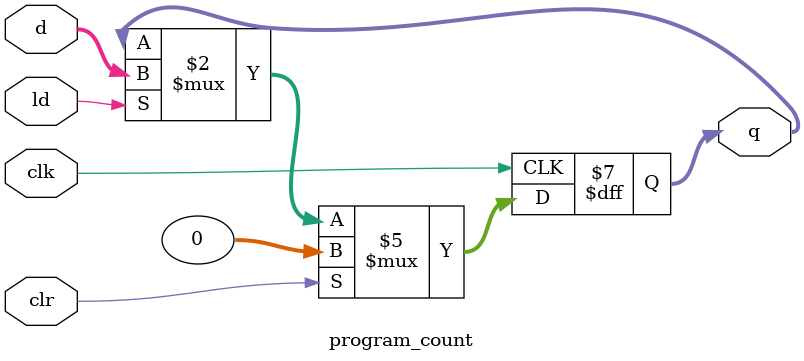
<source format=sv>
module program_count(
	input logic clk,
	input logic clr,
	input logic ld,
	input logic [31:0] d,
	output logic [31:0] q
);

	always_ff @ (posedge clk) begin
		if (clr) q <= 0;
		else if (ld) q <= d;
	end

endmodule

</source>
